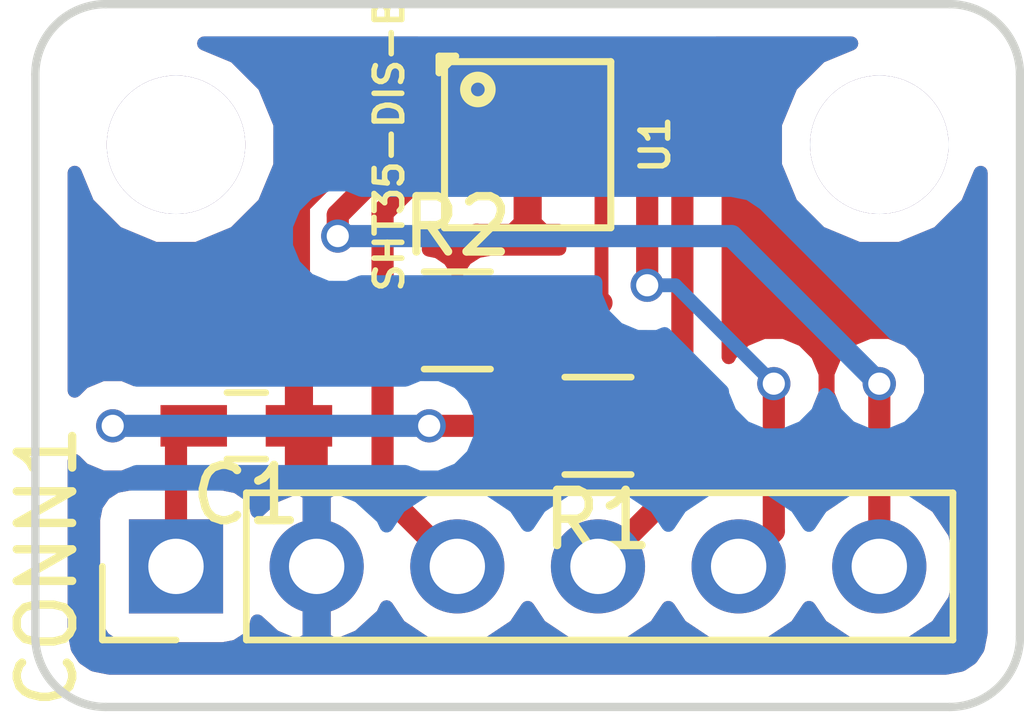
<source format=kicad_pcb>
(kicad_pcb (version 4) (host pcbnew 4.0.6)

  (general
    (links 15)
    (no_connects 0)
    (area 96.444999 149.784999 114.375001 162.635001)
    (thickness 1.6)
    (drawings 8)
    (tracks 52)
    (zones 0)
    (modules 7)
    (nets 7)
  )

  (page A4 portrait)
  (title_block
    (title "SHT35 Breakout Board")
    (date 2017-04-04)
    (rev v1.0)
  )

  (layers
    (0 F.Cu signal)
    (31 B.Cu signal)
    (32 B.Adhes user)
    (33 F.Adhes user)
    (34 B.Paste user)
    (35 F.Paste user)
    (36 B.SilkS user)
    (37 F.SilkS user)
    (38 B.Mask user)
    (39 F.Mask user)
    (40 Dwgs.User user)
    (41 Cmts.User user)
    (42 Eco1.User user)
    (43 Eco2.User user)
    (44 Edge.Cuts user)
    (45 Margin user)
    (46 B.CrtYd user)
    (47 F.CrtYd user)
    (48 B.Fab user)
    (49 F.Fab user)
  )

  (setup
    (last_trace_width 0.4)
    (trace_clearance 0.1)
    (zone_clearance 0.508)
    (zone_45_only no)
    (trace_min 0.2)
    (segment_width 0.2)
    (edge_width 0.15)
    (via_size 0.6)
    (via_drill 0.4)
    (via_min_size 0.4)
    (via_min_drill 0.3)
    (uvia_size 0.3)
    (uvia_drill 0.1)
    (uvias_allowed no)
    (uvia_min_size 0.2)
    (uvia_min_drill 0.1)
    (pcb_text_width 0.3)
    (pcb_text_size 1.5 1.5)
    (mod_edge_width 0.15)
    (mod_text_size 1 1)
    (mod_text_width 0.15)
    (pad_size 2.5 2.5)
    (pad_drill 2.49936)
    (pad_to_mask_clearance 0.2)
    (aux_axis_origin 0 0)
    (visible_elements 7FFFFF9F)
    (pcbplotparams
      (layerselection 0x00030_80000001)
      (usegerberextensions false)
      (excludeedgelayer true)
      (linewidth 0.100000)
      (plotframeref false)
      (viasonmask false)
      (mode 1)
      (useauxorigin false)
      (hpglpennumber 1)
      (hpglpenspeed 20)
      (hpglpendiameter 15)
      (hpglpenoverlay 2)
      (psnegative false)
      (psa4output false)
      (plotreference true)
      (plotvalue true)
      (plotinvisibletext false)
      (padsonsilk false)
      (subtractmaskfromsilk false)
      (outputformat 1)
      (mirror false)
      (drillshape 1)
      (scaleselection 1)
      (outputdirectory ""))
  )

  (net 0 "")
  (net 1 GND)
  (net 2 +5V)
  (net 3 /SCL)
  (net 4 /SDA)
  (net 5 /NRESET)
  (net 6 /ALERT)

  (net_class Default "This is the default net class."
    (clearance 0.1)
    (trace_width 0.4)
    (via_dia 0.6)
    (via_drill 0.4)
    (uvia_dia 0.3)
    (uvia_drill 0.1)
    (add_net +5V)
    (add_net /ALERT)
    (add_net /NRESET)
    (add_net /SCL)
    (add_net /SDA)
    (add_net GND)
  )

  (module Wire_Pads:SolderWirePad_single_2-5mmDrill (layer F.Cu) (tedit 58E3CC7B) (tstamp 58E3DB8C)
    (at 99.06 152.4)
    (fp_text reference REF** (at 0 -5.08) (layer F.SilkS)
      (effects (font (size 1 1) (thickness 0.15)))
    )
    (fp_text value "" (at 1.27 5.08) (layer F.Fab)
      (effects (font (size 1 1) (thickness 0.15)))
    )
    (pad "" np_thru_hole circle (at 0 0) (size 2.5 2.5) (drill 2.49936) (layers *.Cu *.Mask))
  )

  (module Pin_Headers:Pin_Header_Straight_1x06_Pitch2.54mm (layer F.Cu) (tedit 58E3CC85) (tstamp 58E3C5C0)
    (at 99.06 160.02 90)
    (descr "Through hole straight pin header, 1x06, 2.54mm pitch, single row")
    (tags "Through hole pin header THT 1x06 2.54mm single row")
    (path /58E3C781)
    (fp_text reference CONN1 (at 0 -2.33 90) (layer F.SilkS)
      (effects (font (size 1 1) (thickness 0.15)))
    )
    (fp_text value "" (at 0 15.03 90) (layer F.Fab)
      (effects (font (size 1 1) (thickness 0.15)))
    )
    (fp_line (start -1.27 -1.27) (end -1.27 13.97) (layer F.Fab) (width 0.1))
    (fp_line (start -1.27 13.97) (end 1.27 13.97) (layer F.Fab) (width 0.1))
    (fp_line (start 1.27 13.97) (end 1.27 -1.27) (layer F.Fab) (width 0.1))
    (fp_line (start 1.27 -1.27) (end -1.27 -1.27) (layer F.Fab) (width 0.1))
    (fp_line (start -1.33 1.27) (end -1.33 14.03) (layer F.SilkS) (width 0.12))
    (fp_line (start -1.33 14.03) (end 1.33 14.03) (layer F.SilkS) (width 0.12))
    (fp_line (start 1.33 14.03) (end 1.33 1.27) (layer F.SilkS) (width 0.12))
    (fp_line (start 1.33 1.27) (end -1.33 1.27) (layer F.SilkS) (width 0.12))
    (fp_line (start -1.33 0) (end -1.33 -1.33) (layer F.SilkS) (width 0.12))
    (fp_line (start -1.33 -1.33) (end 0 -1.33) (layer F.SilkS) (width 0.12))
    (fp_line (start -1.8 -1.8) (end -1.8 14.5) (layer F.CrtYd) (width 0.05))
    (fp_line (start -1.8 14.5) (end 1.8 14.5) (layer F.CrtYd) (width 0.05))
    (fp_line (start 1.8 14.5) (end 1.8 -1.8) (layer F.CrtYd) (width 0.05))
    (fp_line (start 1.8 -1.8) (end -1.8 -1.8) (layer F.CrtYd) (width 0.05))
    (fp_text user %R (at 0 -2.33 90) (layer F.Fab)
      (effects (font (size 1 1) (thickness 0.15)))
    )
    (pad 1 thru_hole rect (at 0 0 90) (size 1.7 1.7) (drill 1) (layers *.Cu *.Mask)
      (net 2 +5V))
    (pad 2 thru_hole oval (at 0 2.54 90) (size 1.7 1.7) (drill 1) (layers *.Cu *.Mask)
      (net 1 GND))
    (pad 3 thru_hole oval (at 0 5.08 90) (size 1.7 1.7) (drill 1) (layers *.Cu *.Mask)
      (net 3 /SCL))
    (pad 4 thru_hole oval (at 0 7.62 90) (size 1.7 1.7) (drill 1) (layers *.Cu *.Mask)
      (net 4 /SDA))
    (pad 5 thru_hole oval (at 0 10.16 90) (size 1.7 1.7) (drill 1) (layers *.Cu *.Mask)
      (net 5 /NRESET))
    (pad 6 thru_hole oval (at 0 12.7 90) (size 1.7 1.7) (drill 1) (layers *.Cu *.Mask)
      (net 6 /ALERT))
    (model ${KISYS3DMOD}/Pin_Headers.3dshapes/Pin_Header_Straight_1x06_Pitch2.54mm.wrl
      (at (xyz 0 -0.25 -0.05))
      (scale (xyz 1 1 1))
      (rotate (xyz 0 180 90))
    )
  )

  (module w_smd_qfn:dfn8 (layer F.Cu) (tedit 513B15C2) (tstamp 58E3C5D9)
    (at 105.41 152.4 270)
    (descr "Plastic QFP, ON DFN8")
    (path /58E3BF1A)
    (fp_text reference U1 (at 0 -2.30124 270) (layer F.SilkS)
      (effects (font (size 0.50038 0.50038) (thickness 0.09906)))
    )
    (fp_text value SHT35-DIS-B (at 0 2.49936 270) (layer F.SilkS)
      (effects (font (size 0.50038 0.50038) (thickness 0.09906)))
    )
    (fp_line (start -1.6002 1.30048) (end -1.6002 1.6002) (layer F.SilkS) (width 0.127))
    (fp_line (start -1.6002 1.6002) (end -1.30048 1.6002) (layer F.SilkS) (width 0.127))
    (fp_line (start -1.30048 1.6002) (end -1.6002 1.30048) (layer F.SilkS) (width 0.127))
    (fp_circle (center -0.99822 0.89916) (end -1.09982 1.09728) (layer F.SilkS) (width 0.19812))
    (fp_line (start -1.50114 -1.50114) (end 1.50114 -1.50114) (layer F.SilkS) (width 0.127))
    (fp_line (start 1.50114 -1.50114) (end 1.50114 1.50114) (layer F.SilkS) (width 0.127))
    (fp_line (start 1.50114 1.50114) (end -1.50114 1.50114) (layer F.SilkS) (width 0.127))
    (fp_line (start -1.50114 1.50114) (end -1.50114 -1.50114) (layer F.SilkS) (width 0.127))
    (pad 1 smd rect (at -0.7493 1.3335 270) (size 0.34798 0.62738) (layers F.Cu F.Paste F.Mask)
      (net 4 /SDA) (solder_mask_margin 0.06858))
    (pad 2 smd rect (at -0.24638 1.3335 270) (size 0.34798 0.62738) (layers F.Cu F.Paste F.Mask)
      (net 1 GND) (solder_mask_margin 0.06858))
    (pad 3 smd rect (at 0.24638 1.3335 270) (size 0.34798 0.62738) (layers F.Cu F.Paste F.Mask)
      (net 6 /ALERT) (solder_mask_margin 0.06858))
    (pad 4 smd rect (at 0.7493 1.3335 270) (size 0.34798 0.62738) (layers F.Cu F.Paste F.Mask)
      (net 3 /SCL) (solder_mask_margin 0.06858))
    (pad 5 smd rect (at 0.7493 -1.3335 270) (size 0.34798 0.62738) (layers F.Cu F.Paste F.Mask)
      (net 2 +5V) (solder_mask_margin 0.06858))
    (pad 6 smd rect (at 0.24638 -1.3335 270) (size 0.34798 0.62738) (layers F.Cu F.Paste F.Mask)
      (net 5 /NRESET) (solder_mask_margin 0.06858))
    (pad 7 smd rect (at -0.24638 -1.3335 270) (size 0.34798 0.62738) (layers F.Cu F.Paste F.Mask)
      (net 1 GND) (solder_mask_margin 0.06858))
    (pad 8 smd rect (at -0.7493 -1.3335 270) (size 0.34798 0.62738) (layers F.Cu F.Paste F.Mask)
      (net 1 GND) (solder_mask_margin 0.06858))
    (pad 9 smd rect (at 0 0 270) (size 1.84658 1.5494) (layers F.Cu F.Paste F.Mask)
      (net 1 GND) (solder_mask_margin 0.06858) (solder_paste_margin -0.09906))
    (model walter/smd_qfn/dfn8.wrl
      (at (xyz 0 0 0))
      (scale (xyz 1 1 1))
      (rotate (xyz 0 0 0))
    )
  )

  (module Capacitors_SMD:C_0603_HandSoldering (layer F.Cu) (tedit 58AA848B) (tstamp 58E3CB5C)
    (at 100.33 157.48 180)
    (descr "Capacitor SMD 0603, hand soldering")
    (tags "capacitor 0603")
    (path /58E3C11A)
    (attr smd)
    (fp_text reference C1 (at 0 -1.25 180) (layer F.SilkS)
      (effects (font (size 1 1) (thickness 0.15)))
    )
    (fp_text value 100nF (at 0 1.5 180) (layer F.Fab)
      (effects (font (size 1 1) (thickness 0.15)))
    )
    (fp_text user %R (at 0 -1.25 180) (layer F.Fab)
      (effects (font (size 1 1) (thickness 0.15)))
    )
    (fp_line (start -0.8 0.4) (end -0.8 -0.4) (layer F.Fab) (width 0.1))
    (fp_line (start 0.8 0.4) (end -0.8 0.4) (layer F.Fab) (width 0.1))
    (fp_line (start 0.8 -0.4) (end 0.8 0.4) (layer F.Fab) (width 0.1))
    (fp_line (start -0.8 -0.4) (end 0.8 -0.4) (layer F.Fab) (width 0.1))
    (fp_line (start -0.35 -0.6) (end 0.35 -0.6) (layer F.SilkS) (width 0.12))
    (fp_line (start 0.35 0.6) (end -0.35 0.6) (layer F.SilkS) (width 0.12))
    (fp_line (start -1.8 -0.65) (end 1.8 -0.65) (layer F.CrtYd) (width 0.05))
    (fp_line (start -1.8 -0.65) (end -1.8 0.65) (layer F.CrtYd) (width 0.05))
    (fp_line (start 1.8 0.65) (end 1.8 -0.65) (layer F.CrtYd) (width 0.05))
    (fp_line (start 1.8 0.65) (end -1.8 0.65) (layer F.CrtYd) (width 0.05))
    (pad 1 smd rect (at -0.95 0 180) (size 1.2 0.75) (layers F.Cu F.Paste F.Mask)
      (net 1 GND))
    (pad 2 smd rect (at 0.95 0 180) (size 1.2 0.75) (layers F.Cu F.Paste F.Mask)
      (net 2 +5V))
    (model Capacitors_SMD.3dshapes/C_0603.wrl
      (at (xyz 0 0 0))
      (scale (xyz 1 1 1))
      (rotate (xyz 0 0 0))
    )
  )

  (module Resistors_SMD:R_0805_HandSoldering (layer F.Cu) (tedit 58E0A804) (tstamp 58E3CB61)
    (at 106.68 157.48 180)
    (descr "Resistor SMD 0805, hand soldering")
    (tags "resistor 0805")
    (path /58E3C218)
    (attr smd)
    (fp_text reference R1 (at 0 -1.7 180) (layer F.SilkS)
      (effects (font (size 1 1) (thickness 0.15)))
    )
    (fp_text value 10k (at 0 1.75 180) (layer F.Fab)
      (effects (font (size 1 1) (thickness 0.15)))
    )
    (fp_text user %R (at 0 0 180) (layer F.Fab)
      (effects (font (size 0.5 0.5) (thickness 0.075)))
    )
    (fp_line (start -1 0.62) (end -1 -0.62) (layer F.Fab) (width 0.1))
    (fp_line (start 1 0.62) (end -1 0.62) (layer F.Fab) (width 0.1))
    (fp_line (start 1 -0.62) (end 1 0.62) (layer F.Fab) (width 0.1))
    (fp_line (start -1 -0.62) (end 1 -0.62) (layer F.Fab) (width 0.1))
    (fp_line (start 0.6 0.88) (end -0.6 0.88) (layer F.SilkS) (width 0.12))
    (fp_line (start -0.6 -0.88) (end 0.6 -0.88) (layer F.SilkS) (width 0.12))
    (fp_line (start -2.35 -0.9) (end 2.35 -0.9) (layer F.CrtYd) (width 0.05))
    (fp_line (start -2.35 -0.9) (end -2.35 0.9) (layer F.CrtYd) (width 0.05))
    (fp_line (start 2.35 0.9) (end 2.35 -0.9) (layer F.CrtYd) (width 0.05))
    (fp_line (start 2.35 0.9) (end -2.35 0.9) (layer F.CrtYd) (width 0.05))
    (pad 1 smd rect (at -1.35 0 180) (size 1.5 1.3) (layers F.Cu F.Paste F.Mask)
      (net 4 /SDA))
    (pad 2 smd rect (at 1.35 0 180) (size 1.5 1.3) (layers F.Cu F.Paste F.Mask)
      (net 2 +5V))
    (model ${KISYS3DMOD}/Resistors_SMD.3dshapes/R_0805.wrl
      (at (xyz 0 0 0))
      (scale (xyz 1 1 1))
      (rotate (xyz 0 0 0))
    )
  )

  (module Resistors_SMD:R_0805_HandSoldering (layer F.Cu) (tedit 58E0A804) (tstamp 58E3CB66)
    (at 104.14 155.575)
    (descr "Resistor SMD 0805, hand soldering")
    (tags "resistor 0805")
    (path /58E3C250)
    (attr smd)
    (fp_text reference R2 (at 0 -1.7) (layer F.SilkS)
      (effects (font (size 1 1) (thickness 0.15)))
    )
    (fp_text value 10k (at 0 1.75) (layer F.Fab)
      (effects (font (size 1 1) (thickness 0.15)))
    )
    (fp_text user %R (at 0 0) (layer F.Fab)
      (effects (font (size 0.5 0.5) (thickness 0.075)))
    )
    (fp_line (start -1 0.62) (end -1 -0.62) (layer F.Fab) (width 0.1))
    (fp_line (start 1 0.62) (end -1 0.62) (layer F.Fab) (width 0.1))
    (fp_line (start 1 -0.62) (end 1 0.62) (layer F.Fab) (width 0.1))
    (fp_line (start -1 -0.62) (end 1 -0.62) (layer F.Fab) (width 0.1))
    (fp_line (start 0.6 0.88) (end -0.6 0.88) (layer F.SilkS) (width 0.12))
    (fp_line (start -0.6 -0.88) (end 0.6 -0.88) (layer F.SilkS) (width 0.12))
    (fp_line (start -2.35 -0.9) (end 2.35 -0.9) (layer F.CrtYd) (width 0.05))
    (fp_line (start -2.35 -0.9) (end -2.35 0.9) (layer F.CrtYd) (width 0.05))
    (fp_line (start 2.35 0.9) (end 2.35 -0.9) (layer F.CrtYd) (width 0.05))
    (fp_line (start 2.35 0.9) (end -2.35 0.9) (layer F.CrtYd) (width 0.05))
    (pad 1 smd rect (at -1.35 0) (size 1.5 1.3) (layers F.Cu F.Paste F.Mask)
      (net 3 /SCL))
    (pad 2 smd rect (at 1.35 0) (size 1.5 1.3) (layers F.Cu F.Paste F.Mask)
      (net 2 +5V))
    (model ${KISYS3DMOD}/Resistors_SMD.3dshapes/R_0805.wrl
      (at (xyz 0 0 0))
      (scale (xyz 1 1 1))
      (rotate (xyz 0 0 0))
    )
  )

  (module Wire_Pads:SolderWirePad_single_2-5mmDrill (layer F.Cu) (tedit 58E3CC80) (tstamp 58E3CC27)
    (at 111.76 152.4)
    (fp_text reference REF** (at 0 -5.08) (layer F.SilkS)
      (effects (font (size 1 1) (thickness 0.15)))
    )
    (fp_text value "" (at 1.27 5.08) (layer F.Fab)
      (effects (font (size 1 1) (thickness 0.15)))
    )
    (pad "" np_thru_hole circle (at 0 0) (size 2.5 2.5) (drill 2.49936) (layers *.Cu *.Mask))
  )

  (gr_line (start 96.52 151.13) (end 96.52 161.29) (angle 90) (layer Edge.Cuts) (width 0.15) (tstamp 58E3C7EA))
  (gr_arc (start 113.03 161.29) (end 114.3 161.29) (angle 90) (layer Edge.Cuts) (width 0.15))
  (gr_arc (start 97.79 161.29) (end 97.79 162.56) (angle 90) (layer Edge.Cuts) (width 0.15))
  (gr_arc (start 97.79 151.13) (end 96.52 151.13) (angle 90) (layer Edge.Cuts) (width 0.15))
  (gr_arc (start 113.03 151.13) (end 113.03 149.86) (angle 90) (layer Edge.Cuts) (width 0.15))
  (gr_line (start 114.3 151.13) (end 114.3 161.29) (angle 90) (layer Edge.Cuts) (width 0.15))
  (gr_line (start 113.03 149.86) (end 97.79 149.86) (angle 90) (layer Edge.Cuts) (width 0.15) (tstamp 58E3C769))
  (gr_line (start 113.03 162.56) (end 97.79 162.56) (angle 90) (layer Edge.Cuts) (width 0.15))

  (segment (start 101.28 157.48) (end 101.28 153.482) (width 0.4) (layer F.Cu) (net 1))
  (segment (start 102.60838 152.15362) (end 104.0765 152.15362) (width 0.25) (layer F.Cu) (net 1) (tstamp 58E3CD71))
  (segment (start 101.28 153.482) (end 102.60838 152.15362) (width 0.4) (layer F.Cu) (net 1) (tstamp 58E3CD6A))
  (segment (start 106.7435 152.15362) (end 105.65638 152.15362) (width 0.25) (layer F.Cu) (net 1))
  (segment (start 105.65638 152.15362) (end 105.41 152.4) (width 0.25) (layer F.Cu) (net 1) (tstamp 58E3CD4A))
  (segment (start 106.7435 151.6507) (end 106.7435 152.15362) (width 0.25) (layer F.Cu) (net 1))
  (segment (start 104.0765 152.15362) (end 105.16362 152.15362) (width 0.25) (layer F.Cu) (net 1))
  (segment (start 105.16362 152.15362) (end 105.41 152.4) (width 0.25) (layer F.Cu) (net 1) (tstamp 58E3CD3D))
  (segment (start 101.6 160.02) (end 101.6 157.8) (width 0.4) (layer F.Cu) (net 1))
  (segment (start 101.6 157.8) (end 101.28 157.48) (width 0.25) (layer F.Cu) (net 1) (tstamp 58E3CB91))
  (segment (start 97.917 157.48) (end 99.38 157.48) (width 0.25) (layer F.Cu) (net 2) (tstamp 58E3CD8F))
  (via (at 97.917 157.48) (size 0.6) (drill 0.4) (layers F.Cu B.Cu) (net 2))
  (segment (start 103.632 157.48) (end 97.917 157.48) (width 0.4) (layer B.Cu) (net 2) (tstamp 58E3CD8B))
  (segment (start 99.06 160.02) (end 99.06 157.8) (width 0.4) (layer F.Cu) (net 2))
  (segment (start 99.06 157.8) (end 99.38 157.48) (width 0.25) (layer F.Cu) (net 2) (tstamp 58E3CB8E))
  (segment (start 105.33 157.48) (end 103.632 157.48) (width 0.4) (layer F.Cu) (net 2))
  (via (at 103.632 157.48) (size 0.6) (drill 0.4) (layers F.Cu B.Cu) (net 2))
  (segment (start 105.49 155.575) (end 105.49 157.32) (width 0.4) (layer F.Cu) (net 2))
  (segment (start 105.49 157.32) (end 105.33 157.48) (width 0.25) (layer F.Cu) (net 2) (tstamp 58E3CD7B))
  (segment (start 105.49 155.575) (end 106.426 155.575) (width 0.4) (layer F.Cu) (net 2))
  (segment (start 106.7435 155.2575) (end 106.7435 153.1493) (width 0.25) (layer F.Cu) (net 2) (tstamp 58E3CD60))
  (segment (start 106.426 155.575) (end 106.7435 155.2575) (width 0.4) (layer F.Cu) (net 2) (tstamp 58E3CD54))
  (segment (start 102.79 155.575) (end 102.79 153.623) (width 0.4) (layer F.Cu) (net 3))
  (segment (start 103.2637 153.1493) (end 104.0765 153.1493) (width 0.25) (layer F.Cu) (net 3) (tstamp 58E3CCFC))
  (segment (start 102.79 153.623) (end 103.2637 153.1493) (width 0.4) (layer F.Cu) (net 3) (tstamp 58E3CCE3))
  (segment (start 104.14 160.02) (end 102.79 158.67) (width 0.4) (layer F.Cu) (net 3))
  (segment (start 102.79 158.67) (end 102.79 155.575) (width 0.4) (layer F.Cu) (net 3) (tstamp 58E3CCC9))
  (segment (start 104.0765 151.6507) (end 104.0765 151.0665) (width 0.25) (layer F.Cu) (net 4))
  (segment (start 108.204 151.13) (end 108.204 157.306) (width 0.4) (layer F.Cu) (net 4) (tstamp 58E3CDB1))
  (segment (start 107.95 150.876) (end 108.204 151.13) (width 0.4) (layer F.Cu) (net 4) (tstamp 58E3CDAD))
  (segment (start 104.267 150.876) (end 107.95 150.876) (width 0.4) (layer F.Cu) (net 4) (tstamp 58E3CDA5))
  (segment (start 104.0765 151.0665) (end 104.267 150.876) (width 0.4) (layer F.Cu) (net 4) (tstamp 58E3CD9A))
  (segment (start 108.204 157.306) (end 108.03 157.48) (width 0.25) (layer F.Cu) (net 4) (tstamp 58E3CDC0))
  (segment (start 106.68 160.02) (end 108.03 158.67) (width 0.4) (layer F.Cu) (net 4))
  (segment (start 108.03 158.67) (end 108.03 157.48) (width 0.4) (layer F.Cu) (net 4) (tstamp 58E3CCD4))
  (segment (start 109.22 160.02) (end 109.855 159.385) (width 0.4) (layer F.Cu) (net 5))
  (segment (start 107.56138 152.64638) (end 106.7435 152.64638) (width 0.25) (layer F.Cu) (net 5) (tstamp 58E3CE13))
  (segment (start 107.569 152.654) (end 107.56138 152.64638) (width 0.25) (layer F.Cu) (net 5) (tstamp 58E3CE0E))
  (segment (start 107.569 154.94) (end 107.569 152.654) (width 0.4) (layer F.Cu) (net 5) (tstamp 58E3CE0D))
  (via (at 107.569 154.94) (size 0.6) (drill 0.4) (layers F.Cu B.Cu) (net 5))
  (segment (start 108.077 154.94) (end 107.569 154.94) (width 0.25) (layer B.Cu) (net 5) (tstamp 58E3CE07))
  (segment (start 109.855 156.718) (end 108.077 154.94) (width 0.25) (layer B.Cu) (net 5) (tstamp 58E3CE06))
  (via (at 109.855 156.718) (size 0.6) (drill 0.4) (layers F.Cu B.Cu) (net 5))
  (segment (start 109.855 159.385) (end 109.855 156.718) (width 0.4) (layer F.Cu) (net 5) (tstamp 58E3CDF4))
  (via (at 111.76 156.718) (size 0.6) (drill 0.4) (layers F.Cu B.Cu) (net 6))
  (segment (start 103.00462 152.64638) (end 101.981 153.67) (width 0.4) (layer F.Cu) (net 6) (tstamp 58E3CDC9))
  (segment (start 101.981 153.67) (end 101.981 154.051) (width 0.4) (layer F.Cu) (net 6) (tstamp 58E3CDCD))
  (via (at 101.981 154.051) (size 0.6) (drill 0.4) (layers F.Cu B.Cu) (net 6))
  (segment (start 101.981 154.051) (end 109.093 154.051) (width 0.4) (layer B.Cu) (net 6) (tstamp 58E3CDD2))
  (segment (start 109.093 154.051) (end 111.76 156.718) (width 0.4) (layer B.Cu) (net 6) (tstamp 58E3CDD3))
  (segment (start 104.0765 152.64638) (end 103.00462 152.64638) (width 0.25) (layer F.Cu) (net 6))
  (segment (start 111.76 156.718) (end 111.76 160.02) (width 0.4) (layer F.Cu) (net 6) (tstamp 58E3CDEF))

  (zone (net 1) (net_name GND) (layer F.Cu) (tstamp 58E3CF23) (hatch edge 0.508)
    (connect_pads (clearance 0.508))
    (min_thickness 0.254)
    (fill yes (arc_segments 16) (thermal_gap 0.508) (thermal_bridge_width 0.508))
    (polygon
      (pts
        (xy 114.3 149.86) (xy 114.3 162.56) (xy 96.52 162.56) (xy 96.52 149.86)
      )
    )
    (filled_polygon
      (pts
        (xy 103.305061 150.74696) (xy 103.2415 151.0665) (xy 103.248953 151.103969) (xy 103.166379 151.22482) (xy 103.11537 151.47671)
        (xy 103.11537 151.82469) (xy 103.117075 151.833749) (xy 103.00462 151.81138) (xy 102.68508 151.874941) (xy 102.414186 152.055946)
        (xy 101.390566 153.079566) (xy 101.209561 153.350459) (xy 101.163653 153.581252) (xy 101.046162 153.864201) (xy 101.045838 154.236167)
        (xy 101.187883 154.579943) (xy 101.416133 154.808592) (xy 101.39256 154.925) (xy 101.39256 156.225) (xy 101.436838 156.460317)
        (xy 101.491103 156.544647) (xy 101.407 156.62875) (xy 101.407 157.353) (xy 101.427 157.353) (xy 101.427 157.607)
        (xy 101.407 157.607) (xy 101.407 158.33125) (xy 101.56575 158.49) (xy 101.955 158.49) (xy 101.955 158.579521)
        (xy 101.727 158.699845) (xy 101.727 159.893) (xy 101.747 159.893) (xy 101.747 160.147) (xy 101.727 160.147)
        (xy 101.727 161.340155) (xy 101.95689 161.461476) (xy 102.366924 161.291645) (xy 102.795183 160.901358) (xy 102.862298 160.758447)
        (xy 103.089946 161.099147) (xy 103.571715 161.421054) (xy 104.14 161.534093) (xy 104.708285 161.421054) (xy 105.190054 161.099147)
        (xy 105.41 160.769974) (xy 105.629946 161.099147) (xy 106.111715 161.421054) (xy 106.68 161.534093) (xy 107.248285 161.421054)
        (xy 107.730054 161.099147) (xy 107.95 160.769974) (xy 108.169946 161.099147) (xy 108.651715 161.421054) (xy 109.22 161.534093)
        (xy 109.788285 161.421054) (xy 110.270054 161.099147) (xy 110.49 160.769974) (xy 110.709946 161.099147) (xy 111.191715 161.421054)
        (xy 111.76 161.534093) (xy 112.328285 161.421054) (xy 112.810054 161.099147) (xy 113.131961 160.617378) (xy 113.245 160.049093)
        (xy 113.245 159.990907) (xy 113.131961 159.422622) (xy 112.810054 158.940853) (xy 112.595 158.797159) (xy 112.595 157.145234)
        (xy 112.694838 156.904799) (xy 112.695162 156.532833) (xy 112.553117 156.189057) (xy 112.290327 155.925808) (xy 111.946799 155.783162)
        (xy 111.574833 155.782838) (xy 111.231057 155.924883) (xy 110.967808 156.187673) (xy 110.825162 156.531201) (xy 110.824838 156.903167)
        (xy 110.925 157.145578) (xy 110.925 158.797159) (xy 110.709946 158.940853) (xy 110.69 158.970704) (xy 110.69 157.145234)
        (xy 110.789838 156.904799) (xy 110.790162 156.532833) (xy 110.648117 156.189057) (xy 110.385327 155.925808) (xy 110.041799 155.783162)
        (xy 109.669833 155.782838) (xy 109.326057 155.924883) (xy 109.062808 156.187673) (xy 109.041129 156.239882) (xy 109.039 156.238427)
        (xy 109.039 151.13) (xy 108.975439 150.810459) (xy 108.814769 150.57) (xy 111.252796 150.57) (xy 110.693628 150.801043)
        (xy 110.162907 151.330839) (xy 109.875328 152.023405) (xy 109.874674 152.773305) (xy 110.161043 153.466372) (xy 110.690839 153.997093)
        (xy 111.383405 154.284672) (xy 112.133305 154.285326) (xy 112.826372 153.998957) (xy 113.357093 153.469161) (xy 113.59 152.90826)
        (xy 113.59 161.220069) (xy 113.534521 161.498981) (xy 113.416145 161.676144) (xy 113.238979 161.794522) (xy 112.96007 161.85)
        (xy 97.859931 161.85) (xy 97.581019 161.794521) (xy 97.403856 161.676145) (xy 97.285478 161.498979) (xy 97.23 161.22007)
        (xy 97.23 158.115245) (xy 97.386673 158.272192) (xy 97.730201 158.414838) (xy 98.102167 158.415162) (xy 98.225 158.364409)
        (xy 98.225 158.52256) (xy 98.21 158.52256) (xy 97.974683 158.566838) (xy 97.758559 158.70591) (xy 97.613569 158.91811)
        (xy 97.56256 159.17) (xy 97.56256 160.87) (xy 97.606838 161.105317) (xy 97.74591 161.321441) (xy 97.95811 161.466431)
        (xy 98.21 161.51744) (xy 99.91 161.51744) (xy 100.145317 161.473162) (xy 100.361441 161.33409) (xy 100.506431 161.12189)
        (xy 100.528301 161.013893) (xy 100.833076 161.291645) (xy 101.24311 161.461476) (xy 101.473 161.340155) (xy 101.473 160.147)
        (xy 101.453 160.147) (xy 101.453 159.893) (xy 101.473 159.893) (xy 101.473 158.699845) (xy 101.24311 158.578524)
        (xy 100.833076 158.748355) (xy 100.530063 159.024501) (xy 100.513162 158.934683) (xy 100.37409 158.718559) (xy 100.16189 158.573569)
        (xy 99.91 158.52256) (xy 99.895 158.52256) (xy 99.895 158.50244) (xy 99.98 158.50244) (xy 100.215317 158.458162)
        (xy 100.318646 158.391671) (xy 100.320302 158.393327) (xy 100.553691 158.49) (xy 100.99425 158.49) (xy 101.153 158.33125)
        (xy 101.153 157.607) (xy 101.133 157.607) (xy 101.133 157.353) (xy 101.153 157.353) (xy 101.153 156.62875)
        (xy 100.99425 156.47) (xy 100.553691 156.47) (xy 100.320302 156.566673) (xy 100.318932 156.568043) (xy 100.23189 156.508569)
        (xy 99.98 156.45756) (xy 98.78 156.45756) (xy 98.544683 156.501838) (xy 98.330844 156.63944) (xy 98.103799 156.545162)
        (xy 97.731833 156.544838) (xy 97.388057 156.686883) (xy 97.23 156.844664) (xy 97.23 152.907204) (xy 97.461043 153.466372)
        (xy 97.990839 153.997093) (xy 98.683405 154.284672) (xy 99.433305 154.285326) (xy 100.126372 153.998957) (xy 100.657093 153.469161)
        (xy 100.944672 152.776595) (xy 100.945326 152.026695) (xy 100.658957 151.333628) (xy 100.129161 150.802907) (xy 99.56826 150.57)
        (xy 103.423302 150.57)
      )
    )
    (filled_polygon
      (pts
        (xy 105.537 152.273) (xy 105.557 152.273) (xy 105.557 152.527) (xy 105.537 152.527) (xy 105.537 153.79954)
        (xy 105.69575 153.95829) (xy 105.9835 153.95829) (xy 105.9835 154.27756) (xy 104.74 154.27756) (xy 104.504683 154.321838)
        (xy 104.288559 154.46091) (xy 104.143569 154.67311) (xy 104.140919 154.686197) (xy 104.00409 154.473559) (xy 103.79189 154.328569)
        (xy 103.625 154.294773) (xy 103.625 153.968868) (xy 103.646659 153.947209) (xy 103.76281 153.97073) (xy 104.39019 153.97073)
        (xy 104.492532 153.951473) (xy 104.50899 153.95829) (xy 105.12425 153.95829) (xy 105.283 153.79954) (xy 105.283 152.527)
        (xy 105.263 152.527) (xy 105.263 152.273) (xy 105.283 152.273) (xy 105.283 152.253) (xy 105.537 152.253)
      )
    )
  )
  (zone (net 1) (net_name GND) (layer B.Cu) (tstamp 58E3CF4E) (hatch edge 0.508)
    (connect_pads (clearance 0.508))
    (min_thickness 0.254)
    (fill yes (arc_segments 16) (thermal_gap 0.508) (thermal_bridge_width 0.508))
    (polygon
      (pts
        (xy 114.3 149.86) (xy 114.3 162.56) (xy 96.52 162.56) (xy 96.52 149.86)
      )
    )
    (filled_polygon
      (pts
        (xy 110.693628 150.801043) (xy 110.162907 151.330839) (xy 109.875328 152.023405) (xy 109.874674 152.773305) (xy 110.161043 153.466372)
        (xy 110.690839 153.997093) (xy 111.383405 154.284672) (xy 112.133305 154.285326) (xy 112.826372 153.998957) (xy 113.357093 153.469161)
        (xy 113.59 152.90826) (xy 113.59 161.220069) (xy 113.534521 161.498981) (xy 113.416145 161.676144) (xy 113.238979 161.794522)
        (xy 112.96007 161.85) (xy 97.859931 161.85) (xy 97.581019 161.794521) (xy 97.403856 161.676145) (xy 97.285478 161.498979)
        (xy 97.23 161.22007) (xy 97.23 159.17) (xy 97.56256 159.17) (xy 97.56256 160.87) (xy 97.606838 161.105317)
        (xy 97.74591 161.321441) (xy 97.95811 161.466431) (xy 98.21 161.51744) (xy 99.91 161.51744) (xy 100.145317 161.473162)
        (xy 100.361441 161.33409) (xy 100.506431 161.12189) (xy 100.528301 161.013893) (xy 100.833076 161.291645) (xy 101.24311 161.461476)
        (xy 101.473 161.340155) (xy 101.473 160.147) (xy 101.453 160.147) (xy 101.453 159.893) (xy 101.473 159.893)
        (xy 101.473 158.699845) (xy 101.727 158.699845) (xy 101.727 159.893) (xy 101.747 159.893) (xy 101.747 160.147)
        (xy 101.727 160.147) (xy 101.727 161.340155) (xy 101.95689 161.461476) (xy 102.366924 161.291645) (xy 102.795183 160.901358)
        (xy 102.862298 160.758447) (xy 103.089946 161.099147) (xy 103.571715 161.421054) (xy 104.14 161.534093) (xy 104.708285 161.421054)
        (xy 105.190054 161.099147) (xy 105.41 160.769974) (xy 105.629946 161.099147) (xy 106.111715 161.421054) (xy 106.68 161.534093)
        (xy 107.248285 161.421054) (xy 107.730054 161.099147) (xy 107.95 160.769974) (xy 108.169946 161.099147) (xy 108.651715 161.421054)
        (xy 109.22 161.534093) (xy 109.788285 161.421054) (xy 110.270054 161.099147) (xy 110.49 160.769974) (xy 110.709946 161.099147)
        (xy 111.191715 161.421054) (xy 111.76 161.534093) (xy 112.328285 161.421054) (xy 112.810054 161.099147) (xy 113.131961 160.617378)
        (xy 113.245 160.049093) (xy 113.245 159.990907) (xy 113.131961 159.422622) (xy 112.810054 158.940853) (xy 112.328285 158.618946)
        (xy 111.76 158.505907) (xy 111.191715 158.618946) (xy 110.709946 158.940853) (xy 110.49 159.270026) (xy 110.270054 158.940853)
        (xy 109.788285 158.618946) (xy 109.22 158.505907) (xy 108.651715 158.618946) (xy 108.169946 158.940853) (xy 107.95 159.270026)
        (xy 107.730054 158.940853) (xy 107.248285 158.618946) (xy 106.68 158.505907) (xy 106.111715 158.618946) (xy 105.629946 158.940853)
        (xy 105.41 159.270026) (xy 105.190054 158.940853) (xy 104.708285 158.618946) (xy 104.14 158.505907) (xy 103.571715 158.618946)
        (xy 103.089946 158.940853) (xy 102.862298 159.281553) (xy 102.795183 159.138642) (xy 102.366924 158.748355) (xy 101.95689 158.578524)
        (xy 101.727 158.699845) (xy 101.473 158.699845) (xy 101.24311 158.578524) (xy 100.833076 158.748355) (xy 100.530063 159.024501)
        (xy 100.513162 158.934683) (xy 100.37409 158.718559) (xy 100.16189 158.573569) (xy 99.91 158.52256) (xy 98.21 158.52256)
        (xy 97.974683 158.566838) (xy 97.758559 158.70591) (xy 97.613569 158.91811) (xy 97.56256 159.17) (xy 97.23 159.17)
        (xy 97.23 158.115245) (xy 97.386673 158.272192) (xy 97.730201 158.414838) (xy 98.102167 158.415162) (xy 98.344578 158.315)
        (xy 103.204766 158.315) (xy 103.445201 158.414838) (xy 103.817167 158.415162) (xy 104.160943 158.273117) (xy 104.424192 158.010327)
        (xy 104.566838 157.666799) (xy 104.567162 157.294833) (xy 104.425117 156.951057) (xy 104.162327 156.687808) (xy 103.818799 156.545162)
        (xy 103.446833 156.544838) (xy 103.204422 156.645) (xy 98.344234 156.645) (xy 98.103799 156.545162) (xy 97.731833 156.544838)
        (xy 97.388057 156.686883) (xy 97.23 156.844664) (xy 97.23 152.907204) (xy 97.461043 153.466372) (xy 97.990839 153.997093)
        (xy 98.683405 154.284672) (xy 99.433305 154.285326) (xy 99.552279 154.236167) (xy 101.045838 154.236167) (xy 101.187883 154.579943)
        (xy 101.450673 154.843192) (xy 101.794201 154.985838) (xy 102.166167 154.986162) (xy 102.408578 154.886) (xy 106.634046 154.886)
        (xy 106.633838 155.125167) (xy 106.775883 155.468943) (xy 107.038673 155.732192) (xy 107.382201 155.874838) (xy 107.754167 155.875162)
        (xy 107.883798 155.8216) (xy 108.919878 156.85768) (xy 108.919838 156.903167) (xy 109.061883 157.246943) (xy 109.324673 157.510192)
        (xy 109.668201 157.652838) (xy 110.040167 157.653162) (xy 110.383943 157.511117) (xy 110.647192 157.248327) (xy 110.782824 156.921692)
        (xy 110.867465 157.006333) (xy 110.966883 157.246943) (xy 111.229673 157.510192) (xy 111.573201 157.652838) (xy 111.945167 157.653162)
        (xy 112.288943 157.511117) (xy 112.552192 157.248327) (xy 112.694838 156.904799) (xy 112.695162 156.532833) (xy 112.553117 156.189057)
        (xy 112.290327 155.925808) (xy 112.04809 155.825222) (xy 109.683434 153.460566) (xy 109.412541 153.279561) (xy 109.093 153.216)
        (xy 102.408234 153.216) (xy 102.167799 153.116162) (xy 101.795833 153.115838) (xy 101.452057 153.257883) (xy 101.188808 153.520673)
        (xy 101.046162 153.864201) (xy 101.045838 154.236167) (xy 99.552279 154.236167) (xy 100.126372 153.998957) (xy 100.657093 153.469161)
        (xy 100.944672 152.776595) (xy 100.945326 152.026695) (xy 100.658957 151.333628) (xy 100.129161 150.802907) (xy 99.56826 150.57)
        (xy 111.252796 150.57)
      )
    )
  )
)

</source>
